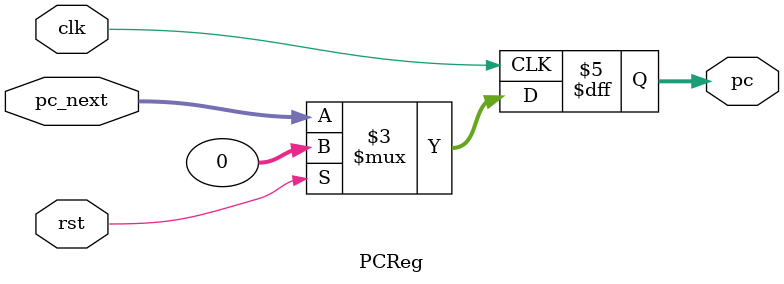
<source format=sv>
module PCReg #(
    DATA_WIDTH = 32
) (
    input   logic                     clk,
    input   logic                     rst,
    input   logic [DATA_WIDTH-1:0]    pc_next,
    output  logic [DATA_WIDTH-1:0]    pc
);
    // PC register
    always_ff @(posedge clk) begin
        if (rst) begin
            pc <= '0;
        end else begin
            pc <= pc_next;
        end
    end
endmodule

</source>
